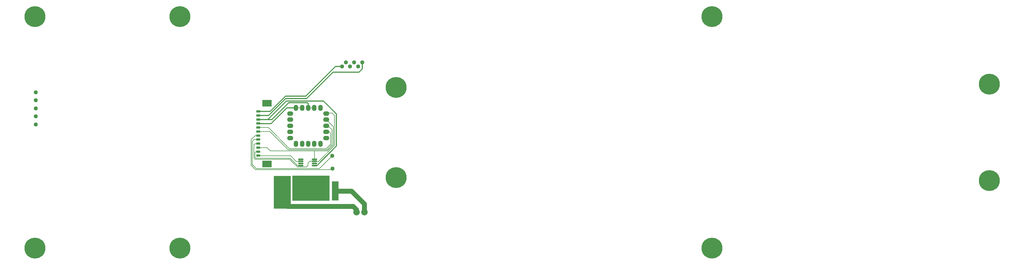
<source format=gbl>
%FSLAX44Y44*%
%MOMM*%
G71*
G01*
G75*
G04 Layer_Physical_Order=12*
G04 Layer_Color=16711680*
%ADD10R,1.5000X4.4000*%
%ADD11R,1.5000X1.5000*%
%ADD12R,1.5000X5.6000*%
%ADD13R,2.0000X2.0000*%
%ADD14C,0.2000*%
%ADD15C,1.5000*%
%ADD16C,6.5000*%
%ADD17C,1.3000*%
%ADD18C,2.0000*%
%ADD19C,0.3500*%
%ADD20O,1.9000X1.3500*%
%ADD21O,1.3500X1.9000*%
%ADD22R,0.8000X1.3000*%
%ADD23R,2.1000X3.0000*%
%ADD24R,3.0000X2.1000*%
%ADD25R,1.3000X0.8000*%
%ADD26O,1.7000X0.4500*%
%ADD27R,2.0000X6.0000*%
%ADD28R,6.0000X6.0000*%
%ADD29R,11.6366X7.8000*%
%ADD30R,5.3000X10.2750*%
D14*
X1029000Y-528500D02*
X1032500Y-525000D01*
X895000Y-528500D02*
X1029000D01*
X895000Y-525000D02*
X991750D01*
X993000Y-523750D01*
X794500Y-528500D02*
X895000D01*
X781000Y-515000D02*
X794500Y-528500D01*
X797001Y-525000D02*
X895000D01*
X784500Y-512499D02*
X797001Y-525000D01*
X784500Y-512499D02*
Y-440500D01*
Y-513550D02*
Y-512499D01*
X789000Y-491450D02*
Y-451000D01*
X792500Y-447500D02*
X802500D01*
X789000Y-451000D02*
X792500Y-447500D01*
X789000Y-491450D02*
X793550Y-496000D01*
X900450D01*
X909700Y-505250D01*
X795000Y-492500D02*
X901899D01*
X792500Y-490000D02*
X795000Y-492500D01*
X792500Y-490000D02*
Y-475000D01*
X901899Y-492500D02*
X912175Y-502775D01*
X792500Y-475000D02*
X795380Y-472120D01*
X802800D01*
X802500Y-485000D02*
X903250D01*
X916500Y-498250D01*
X839620Y-409620D02*
X896250Y-466250D01*
X802800Y-409620D02*
X839620D01*
X896250Y-466250D02*
X1015800D01*
X802800Y-397120D02*
X834019D01*
X899650Y-462750D01*
X896750Y-469750D02*
X1017250D01*
X839750D02*
X896750D01*
X802500Y-460000D02*
X830000D01*
X839750Y-469750D01*
X976840Y-495910D02*
Y-470660D01*
X990000Y-502500D02*
X1039250Y-453250D01*
X976930Y-502500D02*
X990000D01*
X976840Y-502410D02*
X976930Y-502500D01*
X1035750Y-451250D02*
Y-394750D01*
X1018780Y-391780D02*
X1031250Y-404250D01*
Y-450800D02*
Y-404250D01*
X1022780Y-410780D02*
X1027500Y-415500D01*
Y-449250D02*
Y-415500D01*
X1014000Y-462750D02*
X1027500Y-449250D01*
X1013780Y-410780D02*
X1022780D01*
X1013780Y-391780D02*
X1018780D01*
X958720Y-335780D02*
X976780D01*
X921220D02*
X938780D01*
X1014500Y-352500D02*
X1032000D01*
X1039250Y-359750D01*
X1013780Y-372780D02*
X1035750Y-394750D01*
X790380Y-434620D02*
X802800D01*
X793130Y-422120D02*
X802800D01*
X781000Y-434250D02*
X793130Y-422120D01*
X784500Y-440500D02*
X790380Y-434620D01*
X800884Y-447500D02*
X804500D01*
X799500Y-487500D02*
X804500Y-482500D01*
X781000Y-515000D02*
Y-434250D01*
X1039250Y-453250D02*
Y-359750D01*
X1015800Y-466250D02*
X1031250Y-450800D01*
X899650Y-462750D02*
X1014000D01*
X1017250Y-469750D02*
X1035750Y-451250D01*
X956750Y-515750D02*
Y-508500D01*
X963000Y-502250D01*
X977000D01*
X916500Y-498250D02*
X920750Y-502500D01*
X935000D01*
X911149Y-501750D02*
X924899Y-515500D01*
X934500D01*
X909700Y-505250D02*
X924610Y-520160D01*
X952340D01*
X956750Y-515750D01*
X993000Y-523750D02*
X1032000Y-484750D01*
X1029750Y-527500D02*
X1032500Y-524750D01*
D15*
X1042500Y-595000D02*
X1092500D01*
X1132500Y-635000D01*
X1097500Y-642500D02*
X1107500Y-652500D01*
X1132500Y-660000D02*
Y-635000D01*
X1107500Y-660000D02*
Y-652500D01*
X893750Y-642500D02*
X1097500D01*
X893750D02*
Y-559000D01*
X993300Y-594360D02*
Y-556750D01*
X916250D02*
X993300D01*
D16*
X560000Y-52500D02*
D03*
Y-772500D02*
D03*
X3070000Y-562500D02*
D03*
Y-262500D02*
D03*
X2210000Y-52500D02*
D03*
Y-772500D02*
D03*
X1230000Y-272500D02*
D03*
Y-552500D02*
D03*
X110000Y-52500D02*
D03*
Y-772500D02*
D03*
D17*
X112500Y-287500D02*
D03*
Y-312500D02*
D03*
Y-337500D02*
D03*
Y-362500D02*
D03*
Y-387500D02*
D03*
X1125000Y-195000D02*
D03*
X1062500Y-207500D02*
D03*
X1075000Y-195000D02*
D03*
X1087500Y-207500D02*
D03*
X1100000Y-195000D02*
D03*
X1112500Y-207500D02*
D03*
X1032260Y-484760D02*
D03*
X1032760Y-524760D02*
D03*
D18*
X1132500Y-660000D02*
D03*
X1107500D02*
D03*
D19*
X802500Y-385000D02*
X842500D01*
X891720Y-335780D01*
X919780D01*
X830000Y-372500D02*
X845000D01*
X897500Y-320000D01*
X955000D01*
X957780Y-322780D01*
Y-335780D02*
Y-322780D01*
X802500Y-372500D02*
X832500D01*
X890000Y-315000D01*
X1005000D01*
X802800Y-359620D02*
X835380D01*
X802500Y-347500D02*
X840000D01*
X1005000Y-315000D02*
X1045000Y-355000D01*
Y-442500D02*
Y-355000D01*
Y-455000D02*
Y-442500D01*
X984590Y-515410D02*
X1045000Y-455000D01*
X976840Y-515410D02*
X984590D01*
X1035000Y-225000D02*
X1067500D01*
X952500Y-307500D02*
X1035000Y-225000D01*
X887500Y-307500D02*
X952500D01*
X835380Y-359620D02*
X887500Y-307500D01*
X840000Y-347500D02*
X887500Y-300000D01*
X950000D01*
X1042500Y-207500D01*
X1062500D01*
X1067500Y-225000D02*
X1115000D01*
X1125000Y-215000D01*
Y-195000D01*
D20*
X1013780Y-353780D02*
D03*
Y-372780D02*
D03*
Y-391780D02*
D03*
Y-410780D02*
D03*
Y-429780D02*
D03*
X901780D02*
D03*
Y-410780D02*
D03*
Y-391780D02*
D03*
Y-372780D02*
D03*
Y-353780D02*
D03*
D21*
X995780Y-447780D02*
D03*
X976780D02*
D03*
X957780D02*
D03*
X938780D02*
D03*
X919780D02*
D03*
Y-335780D02*
D03*
X938780D02*
D03*
X957780D02*
D03*
X976780D02*
D03*
X995780D02*
D03*
D22*
X924560Y-553720D02*
D03*
X912060D02*
D03*
X899560D02*
D03*
X887060D02*
D03*
D23*
X950060Y-581220D02*
D03*
X861560D02*
D03*
D24*
X830300Y-510120D02*
D03*
Y-321620D02*
D03*
D25*
X802800Y-484620D02*
D03*
Y-472120D02*
D03*
Y-459620D02*
D03*
Y-447120D02*
D03*
Y-434620D02*
D03*
Y-422120D02*
D03*
Y-409620D02*
D03*
Y-397120D02*
D03*
Y-384620D02*
D03*
Y-372120D02*
D03*
Y-359620D02*
D03*
Y-347120D02*
D03*
D26*
X934840Y-515410D02*
D03*
Y-508910D02*
D03*
Y-502410D02*
D03*
Y-495910D02*
D03*
X976840Y-515410D02*
D03*
Y-508910D02*
D03*
Y-502410D02*
D03*
Y-495910D02*
D03*
D27*
X1041400Y-594360D02*
D03*
D28*
X993300D02*
D03*
D29*
X965817Y-586250D02*
D03*
D30*
X877250Y-598625D02*
D03*
M02*

</source>
